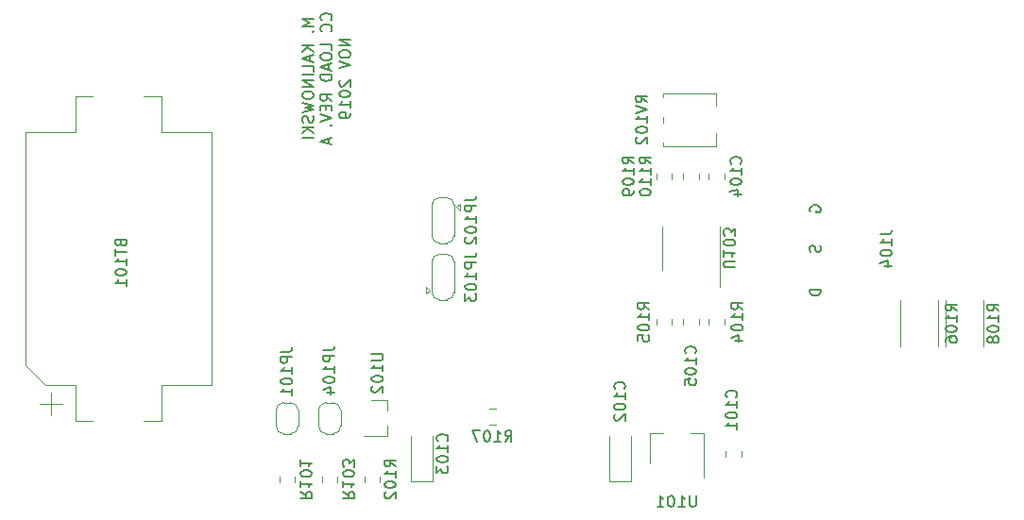
<source format=gbr>
G04 #@! TF.GenerationSoftware,KiCad,Pcbnew,(5.1.2-1)-1*
G04 #@! TF.CreationDate,2020-01-22T21:35:13+01:00*
G04 #@! TF.ProjectId,CCLoad,43434c6f-6164-42e6-9b69-6361645f7063,rev?*
G04 #@! TF.SameCoordinates,Original*
G04 #@! TF.FileFunction,Legend,Bot*
G04 #@! TF.FilePolarity,Positive*
%FSLAX46Y46*%
G04 Gerber Fmt 4.6, Leading zero omitted, Abs format (unit mm)*
G04 Created by KiCad (PCBNEW (5.1.2-1)-1) date 2020-01-22 21:35:13*
%MOMM*%
%LPD*%
G04 APERTURE LIST*
%ADD10C,0.150000*%
%ADD11C,0.120000*%
G04 APERTURE END LIST*
D10*
X134438380Y-81002857D02*
X133438380Y-81002857D01*
X134152666Y-81336190D01*
X133438380Y-81669523D01*
X134438380Y-81669523D01*
X134343142Y-82145714D02*
X134390761Y-82193333D01*
X134438380Y-82145714D01*
X134390761Y-82098095D01*
X134343142Y-82145714D01*
X134438380Y-82145714D01*
X134438380Y-83383809D02*
X133438380Y-83383809D01*
X134438380Y-83955238D02*
X133866952Y-83526666D01*
X133438380Y-83955238D02*
X134009809Y-83383809D01*
X134152666Y-84336190D02*
X134152666Y-84812380D01*
X134438380Y-84240952D02*
X133438380Y-84574285D01*
X134438380Y-84907619D01*
X134438380Y-85717142D02*
X134438380Y-85240952D01*
X133438380Y-85240952D01*
X134438380Y-86050476D02*
X133438380Y-86050476D01*
X134438380Y-86526666D02*
X133438380Y-86526666D01*
X134438380Y-87098095D01*
X133438380Y-87098095D01*
X133438380Y-87764761D02*
X133438380Y-87955238D01*
X133486000Y-88050476D01*
X133581238Y-88145714D01*
X133771714Y-88193333D01*
X134105047Y-88193333D01*
X134295523Y-88145714D01*
X134390761Y-88050476D01*
X134438380Y-87955238D01*
X134438380Y-87764761D01*
X134390761Y-87669523D01*
X134295523Y-87574285D01*
X134105047Y-87526666D01*
X133771714Y-87526666D01*
X133581238Y-87574285D01*
X133486000Y-87669523D01*
X133438380Y-87764761D01*
X133438380Y-88526666D02*
X134438380Y-88764761D01*
X133724095Y-88955238D01*
X134438380Y-89145714D01*
X133438380Y-89383809D01*
X134390761Y-89717142D02*
X134438380Y-89859999D01*
X134438380Y-90098095D01*
X134390761Y-90193333D01*
X134343142Y-90240952D01*
X134247904Y-90288571D01*
X134152666Y-90288571D01*
X134057428Y-90240952D01*
X134009809Y-90193333D01*
X133962190Y-90098095D01*
X133914571Y-89907619D01*
X133866952Y-89812380D01*
X133819333Y-89764761D01*
X133724095Y-89717142D01*
X133628857Y-89717142D01*
X133533619Y-89764761D01*
X133486000Y-89812380D01*
X133438380Y-89907619D01*
X133438380Y-90145714D01*
X133486000Y-90288571D01*
X134438380Y-90717142D02*
X133438380Y-90717142D01*
X134438380Y-91288571D02*
X133866952Y-90859999D01*
X133438380Y-91288571D02*
X134009809Y-90717142D01*
X134438380Y-91717142D02*
X133438380Y-91717142D01*
X135993142Y-81121904D02*
X136040761Y-81074285D01*
X136088380Y-80931428D01*
X136088380Y-80836190D01*
X136040761Y-80693333D01*
X135945523Y-80598095D01*
X135850285Y-80550476D01*
X135659809Y-80502857D01*
X135516952Y-80502857D01*
X135326476Y-80550476D01*
X135231238Y-80598095D01*
X135136000Y-80693333D01*
X135088380Y-80836190D01*
X135088380Y-80931428D01*
X135136000Y-81074285D01*
X135183619Y-81121904D01*
X135993142Y-82121904D02*
X136040761Y-82074285D01*
X136088380Y-81931428D01*
X136088380Y-81836190D01*
X136040761Y-81693333D01*
X135945523Y-81598095D01*
X135850285Y-81550476D01*
X135659809Y-81502857D01*
X135516952Y-81502857D01*
X135326476Y-81550476D01*
X135231238Y-81598095D01*
X135136000Y-81693333D01*
X135088380Y-81836190D01*
X135088380Y-81931428D01*
X135136000Y-82074285D01*
X135183619Y-82121904D01*
X136088380Y-83788571D02*
X136088380Y-83312380D01*
X135088380Y-83312380D01*
X135088380Y-84312380D02*
X135088380Y-84502857D01*
X135136000Y-84598095D01*
X135231238Y-84693333D01*
X135421714Y-84740952D01*
X135755047Y-84740952D01*
X135945523Y-84693333D01*
X136040761Y-84598095D01*
X136088380Y-84502857D01*
X136088380Y-84312380D01*
X136040761Y-84217142D01*
X135945523Y-84121904D01*
X135755047Y-84074285D01*
X135421714Y-84074285D01*
X135231238Y-84121904D01*
X135136000Y-84217142D01*
X135088380Y-84312380D01*
X135802666Y-85121904D02*
X135802666Y-85598095D01*
X136088380Y-85026666D02*
X135088380Y-85360000D01*
X136088380Y-85693333D01*
X136088380Y-86026666D02*
X135088380Y-86026666D01*
X135088380Y-86264761D01*
X135136000Y-86407619D01*
X135231238Y-86502857D01*
X135326476Y-86550476D01*
X135516952Y-86598095D01*
X135659809Y-86598095D01*
X135850285Y-86550476D01*
X135945523Y-86502857D01*
X136040761Y-86407619D01*
X136088380Y-86264761D01*
X136088380Y-86026666D01*
X136088380Y-88360000D02*
X135612190Y-88026666D01*
X136088380Y-87788571D02*
X135088380Y-87788571D01*
X135088380Y-88169523D01*
X135136000Y-88264761D01*
X135183619Y-88312380D01*
X135278857Y-88360000D01*
X135421714Y-88360000D01*
X135516952Y-88312380D01*
X135564571Y-88264761D01*
X135612190Y-88169523D01*
X135612190Y-87788571D01*
X135564571Y-88788571D02*
X135564571Y-89121904D01*
X136088380Y-89264761D02*
X136088380Y-88788571D01*
X135088380Y-88788571D01*
X135088380Y-89264761D01*
X135088380Y-89550476D02*
X136088380Y-89883809D01*
X135088380Y-90217142D01*
X135993142Y-90550476D02*
X136040761Y-90598095D01*
X136088380Y-90550476D01*
X136040761Y-90502857D01*
X135993142Y-90550476D01*
X136088380Y-90550476D01*
X135802666Y-91740952D02*
X135802666Y-92217142D01*
X136088380Y-91645714D02*
X135088380Y-91979047D01*
X136088380Y-92312380D01*
X137738380Y-82836190D02*
X136738380Y-82836190D01*
X137738380Y-83407619D01*
X136738380Y-83407619D01*
X136738380Y-84074285D02*
X136738380Y-84264761D01*
X136786000Y-84360000D01*
X136881238Y-84455238D01*
X137071714Y-84502857D01*
X137405047Y-84502857D01*
X137595523Y-84455238D01*
X137690761Y-84360000D01*
X137738380Y-84264761D01*
X137738380Y-84074285D01*
X137690761Y-83979047D01*
X137595523Y-83883809D01*
X137405047Y-83836190D01*
X137071714Y-83836190D01*
X136881238Y-83883809D01*
X136786000Y-83979047D01*
X136738380Y-84074285D01*
X136738380Y-84788571D02*
X137738380Y-85121904D01*
X136738380Y-85455238D01*
X136833619Y-86502857D02*
X136786000Y-86550476D01*
X136738380Y-86645714D01*
X136738380Y-86883809D01*
X136786000Y-86979047D01*
X136833619Y-87026666D01*
X136928857Y-87074285D01*
X137024095Y-87074285D01*
X137166952Y-87026666D01*
X137738380Y-86455238D01*
X137738380Y-87074285D01*
X136738380Y-87693333D02*
X136738380Y-87788571D01*
X136786000Y-87883809D01*
X136833619Y-87931428D01*
X136928857Y-87979047D01*
X137119333Y-88026666D01*
X137357428Y-88026666D01*
X137547904Y-87979047D01*
X137643142Y-87931428D01*
X137690761Y-87883809D01*
X137738380Y-87788571D01*
X137738380Y-87693333D01*
X137690761Y-87598095D01*
X137643142Y-87550476D01*
X137547904Y-87502857D01*
X137357428Y-87455238D01*
X137119333Y-87455238D01*
X136928857Y-87502857D01*
X136833619Y-87550476D01*
X136786000Y-87598095D01*
X136738380Y-87693333D01*
X137738380Y-88979047D02*
X137738380Y-88407619D01*
X137738380Y-88693333D02*
X136738380Y-88693333D01*
X136881238Y-88598095D01*
X136976476Y-88502857D01*
X137024095Y-88407619D01*
X137738380Y-89455238D02*
X137738380Y-89645714D01*
X137690761Y-89740952D01*
X137643142Y-89788571D01*
X137500285Y-89883809D01*
X137309809Y-89931428D01*
X136928857Y-89931428D01*
X136833619Y-89883809D01*
X136786000Y-89836190D01*
X136738380Y-89740952D01*
X136738380Y-89550476D01*
X136786000Y-89455238D01*
X136833619Y-89407619D01*
X136928857Y-89360000D01*
X137166952Y-89360000D01*
X137262190Y-89407619D01*
X137309809Y-89455238D01*
X137357428Y-89550476D01*
X137357428Y-89740952D01*
X137309809Y-89836190D01*
X137262190Y-89883809D01*
X137166952Y-89931428D01*
D11*
X191076000Y-110383064D02*
X191076000Y-106278936D01*
X194496000Y-110383064D02*
X194496000Y-106278936D01*
X143210000Y-122500000D02*
X143210000Y-118415000D01*
X145080000Y-122500000D02*
X143210000Y-122500000D01*
X145080000Y-118415000D02*
X145080000Y-122500000D01*
X160990000Y-122500000D02*
X160990000Y-118415000D01*
X162860000Y-122500000D02*
X160990000Y-122500000D01*
X162860000Y-118415000D02*
X162860000Y-122500000D01*
X110940000Y-114540000D02*
X110940000Y-116540000D01*
X111940000Y-115540000D02*
X109940000Y-115540000D01*
X125290000Y-91190000D02*
X120790000Y-91190000D01*
X125290000Y-113890000D02*
X120790000Y-113890000D01*
X125290000Y-113890000D02*
X125290000Y-91190000D01*
X120790000Y-87990000D02*
X119240000Y-87990000D01*
X120790000Y-91190000D02*
X120790000Y-87990000D01*
X120790000Y-117090000D02*
X119240000Y-117090000D01*
X120790000Y-113890000D02*
X120790000Y-117090000D01*
X113090000Y-117090000D02*
X114640000Y-117090000D01*
X113090000Y-113890000D02*
X113090000Y-117090000D01*
X108590000Y-112090000D02*
X110390000Y-113890000D01*
X110390000Y-113890000D02*
X113090000Y-113890000D01*
X108590000Y-91190000D02*
X108590000Y-112090000D01*
X108590000Y-91190000D02*
X113090000Y-91190000D01*
X113090000Y-87990000D02*
X114640000Y-87990000D01*
X113090000Y-91190000D02*
X113090000Y-87990000D01*
X170835000Y-101600000D02*
X170835000Y-105050000D01*
X170835000Y-101600000D02*
X170835000Y-99650000D01*
X165715000Y-101600000D02*
X165715000Y-103550000D01*
X165715000Y-101600000D02*
X165715000Y-99650000D01*
X141095000Y-115260000D02*
X139635000Y-115260000D01*
X141095000Y-118420000D02*
X138935000Y-118420000D01*
X141095000Y-118420000D02*
X141095000Y-117490000D01*
X141095000Y-115260000D02*
X141095000Y-116190000D01*
X169405000Y-118160000D02*
X168205000Y-118160000D01*
X169405000Y-122160000D02*
X169405000Y-118160000D01*
X164605000Y-118160000D02*
X164605000Y-120860000D01*
X165805000Y-118160000D02*
X164605000Y-118160000D01*
X165778000Y-92413000D02*
X170518000Y-92413000D01*
X165778000Y-87673000D02*
X170518000Y-87673000D01*
X170518000Y-91283000D02*
X170518000Y-92413000D01*
X170518000Y-87673000D02*
X170518000Y-88803000D01*
X165778000Y-89784000D02*
X165778000Y-90303000D01*
X165778000Y-87673000D02*
X165778000Y-88004000D01*
X165778000Y-92083000D02*
X165778000Y-92413000D01*
X167565000Y-95384252D02*
X167565000Y-94861748D01*
X168985000Y-95384252D02*
X168985000Y-94861748D01*
X166572000Y-94861748D02*
X166572000Y-95384252D01*
X165152000Y-94861748D02*
X165152000Y-95384252D01*
X150233748Y-116003000D02*
X150756252Y-116003000D01*
X150233748Y-117423000D02*
X150756252Y-117423000D01*
X187012000Y-110383064D02*
X187012000Y-106278936D01*
X190432000Y-110383064D02*
X190432000Y-106278936D01*
X165152000Y-108465252D02*
X165152000Y-107942748D01*
X166572000Y-108465252D02*
X166572000Y-107942748D01*
X169851000Y-108465252D02*
X169851000Y-107942748D01*
X171271000Y-108465252D02*
X171271000Y-107942748D01*
X135180000Y-122571252D02*
X135180000Y-122048748D01*
X136600000Y-122571252D02*
X136600000Y-122048748D01*
X138990000Y-122562252D02*
X138990000Y-122039748D01*
X140410000Y-122562252D02*
X140410000Y-122039748D01*
X131370000Y-122571252D02*
X131370000Y-122048748D01*
X132790000Y-122571252D02*
X132790000Y-122048748D01*
X134890000Y-116140000D02*
X134890000Y-117540000D01*
X135590000Y-118240000D02*
X136190000Y-118240000D01*
X136890000Y-117540000D02*
X136890000Y-116140000D01*
X136190000Y-115440000D02*
X135590000Y-115440000D01*
X135590000Y-115440000D02*
G75*
G03X134890000Y-116140000I0J-700000D01*
G01*
X136890000Y-116140000D02*
G75*
G03X136190000Y-115440000I-700000J0D01*
G01*
X136190000Y-118240000D02*
G75*
G03X136890000Y-117540000I0J700000D01*
G01*
X134890000Y-117540000D02*
G75*
G03X135590000Y-118240000I700000J0D01*
G01*
X146350000Y-106220000D02*
G75*
G03X147050000Y-105520000I0J700000D01*
G01*
X145050000Y-105520000D02*
G75*
G03X145750000Y-106220000I700000J0D01*
G01*
X145750000Y-102120000D02*
G75*
G03X145050000Y-102820000I0J-700000D01*
G01*
X147050000Y-102820000D02*
G75*
G03X146350000Y-102120000I-700000J0D01*
G01*
X147050000Y-105570000D02*
X147050000Y-102770000D01*
X146350000Y-102120000D02*
X145750000Y-102120000D01*
X145050000Y-102770000D02*
X145050000Y-105570000D01*
X145750000Y-106220000D02*
X146350000Y-106220000D01*
X144850000Y-105370000D02*
X144550000Y-105670000D01*
X144550000Y-105670000D02*
X144550000Y-105070000D01*
X144850000Y-105370000D02*
X144550000Y-105070000D01*
X145750000Y-97040000D02*
G75*
G03X145050000Y-97740000I0J-700000D01*
G01*
X147050000Y-97740000D02*
G75*
G03X146350000Y-97040000I-700000J0D01*
G01*
X146350000Y-101140000D02*
G75*
G03X147050000Y-100440000I0J700000D01*
G01*
X145050000Y-100440000D02*
G75*
G03X145750000Y-101140000I700000J0D01*
G01*
X145050000Y-97690000D02*
X145050000Y-100490000D01*
X145750000Y-101140000D02*
X146350000Y-101140000D01*
X147050000Y-100490000D02*
X147050000Y-97690000D01*
X146350000Y-97040000D02*
X145750000Y-97040000D01*
X147250000Y-97890000D02*
X147550000Y-97590000D01*
X147550000Y-97590000D02*
X147550000Y-98190000D01*
X147250000Y-97890000D02*
X147550000Y-98190000D01*
X131080000Y-116140000D02*
X131080000Y-117540000D01*
X131780000Y-118240000D02*
X132380000Y-118240000D01*
X133080000Y-117540000D02*
X133080000Y-116140000D01*
X132380000Y-115440000D02*
X131780000Y-115440000D01*
X131780000Y-115440000D02*
G75*
G03X131080000Y-116140000I0J-700000D01*
G01*
X133080000Y-116140000D02*
G75*
G03X132380000Y-115440000I-700000J0D01*
G01*
X132380000Y-118240000D02*
G75*
G03X133080000Y-117540000I0J700000D01*
G01*
X131080000Y-117540000D02*
G75*
G03X131780000Y-118240000I700000J0D01*
G01*
X167565000Y-108465252D02*
X167565000Y-107942748D01*
X168985000Y-108465252D02*
X168985000Y-107942748D01*
X169851000Y-95393252D02*
X169851000Y-94870748D01*
X171271000Y-95393252D02*
X171271000Y-94870748D01*
X171375000Y-120276252D02*
X171375000Y-119753748D01*
X172795000Y-120276252D02*
X172795000Y-119753748D01*
D10*
X195858380Y-107211952D02*
X195382190Y-106878619D01*
X195858380Y-106640523D02*
X194858380Y-106640523D01*
X194858380Y-107021476D01*
X194906000Y-107116714D01*
X194953619Y-107164333D01*
X195048857Y-107211952D01*
X195191714Y-107211952D01*
X195286952Y-107164333D01*
X195334571Y-107116714D01*
X195382190Y-107021476D01*
X195382190Y-106640523D01*
X195858380Y-108164333D02*
X195858380Y-107592904D01*
X195858380Y-107878619D02*
X194858380Y-107878619D01*
X195001238Y-107783380D01*
X195096476Y-107688142D01*
X195144095Y-107592904D01*
X194858380Y-108783380D02*
X194858380Y-108878619D01*
X194906000Y-108973857D01*
X194953619Y-109021476D01*
X195048857Y-109069095D01*
X195239333Y-109116714D01*
X195477428Y-109116714D01*
X195667904Y-109069095D01*
X195763142Y-109021476D01*
X195810761Y-108973857D01*
X195858380Y-108878619D01*
X195858380Y-108783380D01*
X195810761Y-108688142D01*
X195763142Y-108640523D01*
X195667904Y-108592904D01*
X195477428Y-108545285D01*
X195239333Y-108545285D01*
X195048857Y-108592904D01*
X194953619Y-108640523D01*
X194906000Y-108688142D01*
X194858380Y-108783380D01*
X195286952Y-109688142D02*
X195239333Y-109592904D01*
X195191714Y-109545285D01*
X195096476Y-109497666D01*
X195048857Y-109497666D01*
X194953619Y-109545285D01*
X194906000Y-109592904D01*
X194858380Y-109688142D01*
X194858380Y-109878619D01*
X194906000Y-109973857D01*
X194953619Y-110021476D01*
X195048857Y-110069095D01*
X195096476Y-110069095D01*
X195191714Y-110021476D01*
X195239333Y-109973857D01*
X195286952Y-109878619D01*
X195286952Y-109688142D01*
X195334571Y-109592904D01*
X195382190Y-109545285D01*
X195477428Y-109497666D01*
X195667904Y-109497666D01*
X195763142Y-109545285D01*
X195810761Y-109592904D01*
X195858380Y-109688142D01*
X195858380Y-109878619D01*
X195810761Y-109973857D01*
X195763142Y-110021476D01*
X195667904Y-110069095D01*
X195477428Y-110069095D01*
X195382190Y-110021476D01*
X195334571Y-109973857D01*
X195286952Y-109878619D01*
X185253380Y-100354285D02*
X185967666Y-100354285D01*
X186110523Y-100306666D01*
X186205761Y-100211428D01*
X186253380Y-100068571D01*
X186253380Y-99973333D01*
X186253380Y-101354285D02*
X186253380Y-100782857D01*
X186253380Y-101068571D02*
X185253380Y-101068571D01*
X185396238Y-100973333D01*
X185491476Y-100878095D01*
X185539095Y-100782857D01*
X185253380Y-101973333D02*
X185253380Y-102068571D01*
X185301000Y-102163809D01*
X185348619Y-102211428D01*
X185443857Y-102259047D01*
X185634333Y-102306666D01*
X185872428Y-102306666D01*
X186062904Y-102259047D01*
X186158142Y-102211428D01*
X186205761Y-102163809D01*
X186253380Y-102068571D01*
X186253380Y-101973333D01*
X186205761Y-101878095D01*
X186158142Y-101830476D01*
X186062904Y-101782857D01*
X185872428Y-101735238D01*
X185634333Y-101735238D01*
X185443857Y-101782857D01*
X185348619Y-101830476D01*
X185301000Y-101878095D01*
X185253380Y-101973333D01*
X185586714Y-103163809D02*
X186253380Y-103163809D01*
X185205761Y-102925714D02*
X185920047Y-102687619D01*
X185920047Y-103306666D01*
X179903380Y-105275095D02*
X178903380Y-105275095D01*
X178903380Y-105513190D01*
X178951000Y-105656047D01*
X179046238Y-105751285D01*
X179141476Y-105798904D01*
X179331952Y-105846523D01*
X179474809Y-105846523D01*
X179665285Y-105798904D01*
X179760523Y-105751285D01*
X179855761Y-105656047D01*
X179903380Y-105513190D01*
X179903380Y-105275095D01*
X179855761Y-101354285D02*
X179903380Y-101497142D01*
X179903380Y-101735238D01*
X179855761Y-101830476D01*
X179808142Y-101878095D01*
X179712904Y-101925714D01*
X179617666Y-101925714D01*
X179522428Y-101878095D01*
X179474809Y-101830476D01*
X179427190Y-101735238D01*
X179379571Y-101544761D01*
X179331952Y-101449523D01*
X179284333Y-101401904D01*
X179189095Y-101354285D01*
X179093857Y-101354285D01*
X178998619Y-101401904D01*
X178951000Y-101449523D01*
X178903380Y-101544761D01*
X178903380Y-101782857D01*
X178951000Y-101925714D01*
X178951000Y-98305904D02*
X178903380Y-98210666D01*
X178903380Y-98067809D01*
X178951000Y-97924952D01*
X179046238Y-97829714D01*
X179141476Y-97782095D01*
X179331952Y-97734476D01*
X179474809Y-97734476D01*
X179665285Y-97782095D01*
X179760523Y-97829714D01*
X179855761Y-97924952D01*
X179903380Y-98067809D01*
X179903380Y-98163047D01*
X179855761Y-98305904D01*
X179808142Y-98353523D01*
X179474809Y-98353523D01*
X179474809Y-98163047D01*
X146407142Y-118895952D02*
X146454761Y-118848333D01*
X146502380Y-118705476D01*
X146502380Y-118610238D01*
X146454761Y-118467380D01*
X146359523Y-118372142D01*
X146264285Y-118324523D01*
X146073809Y-118276904D01*
X145930952Y-118276904D01*
X145740476Y-118324523D01*
X145645238Y-118372142D01*
X145550000Y-118467380D01*
X145502380Y-118610238D01*
X145502380Y-118705476D01*
X145550000Y-118848333D01*
X145597619Y-118895952D01*
X146502380Y-119848333D02*
X146502380Y-119276904D01*
X146502380Y-119562619D02*
X145502380Y-119562619D01*
X145645238Y-119467380D01*
X145740476Y-119372142D01*
X145788095Y-119276904D01*
X145502380Y-120467380D02*
X145502380Y-120562619D01*
X145550000Y-120657857D01*
X145597619Y-120705476D01*
X145692857Y-120753095D01*
X145883333Y-120800714D01*
X146121428Y-120800714D01*
X146311904Y-120753095D01*
X146407142Y-120705476D01*
X146454761Y-120657857D01*
X146502380Y-120562619D01*
X146502380Y-120467380D01*
X146454761Y-120372142D01*
X146407142Y-120324523D01*
X146311904Y-120276904D01*
X146121428Y-120229285D01*
X145883333Y-120229285D01*
X145692857Y-120276904D01*
X145597619Y-120324523D01*
X145550000Y-120372142D01*
X145502380Y-120467380D01*
X145502380Y-121134047D02*
X145502380Y-121753095D01*
X145883333Y-121419761D01*
X145883333Y-121562619D01*
X145930952Y-121657857D01*
X145978571Y-121705476D01*
X146073809Y-121753095D01*
X146311904Y-121753095D01*
X146407142Y-121705476D01*
X146454761Y-121657857D01*
X146502380Y-121562619D01*
X146502380Y-121276904D01*
X146454761Y-121181666D01*
X146407142Y-121134047D01*
X162282142Y-114196952D02*
X162329761Y-114149333D01*
X162377380Y-114006476D01*
X162377380Y-113911238D01*
X162329761Y-113768380D01*
X162234523Y-113673142D01*
X162139285Y-113625523D01*
X161948809Y-113577904D01*
X161805952Y-113577904D01*
X161615476Y-113625523D01*
X161520238Y-113673142D01*
X161425000Y-113768380D01*
X161377380Y-113911238D01*
X161377380Y-114006476D01*
X161425000Y-114149333D01*
X161472619Y-114196952D01*
X162377380Y-115149333D02*
X162377380Y-114577904D01*
X162377380Y-114863619D02*
X161377380Y-114863619D01*
X161520238Y-114768380D01*
X161615476Y-114673142D01*
X161663095Y-114577904D01*
X161377380Y-115768380D02*
X161377380Y-115863619D01*
X161425000Y-115958857D01*
X161472619Y-116006476D01*
X161567857Y-116054095D01*
X161758333Y-116101714D01*
X161996428Y-116101714D01*
X162186904Y-116054095D01*
X162282142Y-116006476D01*
X162329761Y-115958857D01*
X162377380Y-115863619D01*
X162377380Y-115768380D01*
X162329761Y-115673142D01*
X162282142Y-115625523D01*
X162186904Y-115577904D01*
X161996428Y-115530285D01*
X161758333Y-115530285D01*
X161567857Y-115577904D01*
X161472619Y-115625523D01*
X161425000Y-115673142D01*
X161377380Y-115768380D01*
X161472619Y-116482666D02*
X161425000Y-116530285D01*
X161377380Y-116625523D01*
X161377380Y-116863619D01*
X161425000Y-116958857D01*
X161472619Y-117006476D01*
X161567857Y-117054095D01*
X161663095Y-117054095D01*
X161805952Y-117006476D01*
X162377380Y-116435047D01*
X162377380Y-117054095D01*
X117149571Y-101131904D02*
X117197190Y-101274761D01*
X117244809Y-101322380D01*
X117340047Y-101370000D01*
X117482904Y-101370000D01*
X117578142Y-101322380D01*
X117625761Y-101274761D01*
X117673380Y-101179523D01*
X117673380Y-100798571D01*
X116673380Y-100798571D01*
X116673380Y-101131904D01*
X116721000Y-101227142D01*
X116768619Y-101274761D01*
X116863857Y-101322380D01*
X116959095Y-101322380D01*
X117054333Y-101274761D01*
X117101952Y-101227142D01*
X117149571Y-101131904D01*
X117149571Y-100798571D01*
X116673380Y-101655714D02*
X116673380Y-102227142D01*
X117673380Y-101941428D02*
X116673380Y-101941428D01*
X117673380Y-103084285D02*
X117673380Y-102512857D01*
X117673380Y-102798571D02*
X116673380Y-102798571D01*
X116816238Y-102703333D01*
X116911476Y-102608095D01*
X116959095Y-102512857D01*
X116673380Y-103703333D02*
X116673380Y-103798571D01*
X116721000Y-103893809D01*
X116768619Y-103941428D01*
X116863857Y-103989047D01*
X117054333Y-104036666D01*
X117292428Y-104036666D01*
X117482904Y-103989047D01*
X117578142Y-103941428D01*
X117625761Y-103893809D01*
X117673380Y-103798571D01*
X117673380Y-103703333D01*
X117625761Y-103608095D01*
X117578142Y-103560476D01*
X117482904Y-103512857D01*
X117292428Y-103465238D01*
X117054333Y-103465238D01*
X116863857Y-103512857D01*
X116768619Y-103560476D01*
X116721000Y-103608095D01*
X116673380Y-103703333D01*
X117673380Y-104989047D02*
X117673380Y-104417619D01*
X117673380Y-104703333D02*
X116673380Y-104703333D01*
X116816238Y-104608095D01*
X116911476Y-104512857D01*
X116959095Y-104417619D01*
X172222619Y-103314285D02*
X171413095Y-103314285D01*
X171317857Y-103266666D01*
X171270238Y-103219047D01*
X171222619Y-103123809D01*
X171222619Y-102933333D01*
X171270238Y-102838095D01*
X171317857Y-102790476D01*
X171413095Y-102742857D01*
X172222619Y-102742857D01*
X171222619Y-101742857D02*
X171222619Y-102314285D01*
X171222619Y-102028571D02*
X172222619Y-102028571D01*
X172079761Y-102123809D01*
X171984523Y-102219047D01*
X171936904Y-102314285D01*
X172222619Y-101123809D02*
X172222619Y-101028571D01*
X172175000Y-100933333D01*
X172127380Y-100885714D01*
X172032142Y-100838095D01*
X171841666Y-100790476D01*
X171603571Y-100790476D01*
X171413095Y-100838095D01*
X171317857Y-100885714D01*
X171270238Y-100933333D01*
X171222619Y-101028571D01*
X171222619Y-101123809D01*
X171270238Y-101219047D01*
X171317857Y-101266666D01*
X171413095Y-101314285D01*
X171603571Y-101361904D01*
X171841666Y-101361904D01*
X172032142Y-101314285D01*
X172127380Y-101266666D01*
X172175000Y-101219047D01*
X172222619Y-101123809D01*
X172222619Y-100457142D02*
X172222619Y-99838095D01*
X171841666Y-100171428D01*
X171841666Y-100028571D01*
X171794047Y-99933333D01*
X171746428Y-99885714D01*
X171651190Y-99838095D01*
X171413095Y-99838095D01*
X171317857Y-99885714D01*
X171270238Y-99933333D01*
X171222619Y-100028571D01*
X171222619Y-100314285D01*
X171270238Y-100409523D01*
X171317857Y-100457142D01*
X139660380Y-111061714D02*
X140469904Y-111061714D01*
X140565142Y-111109333D01*
X140612761Y-111156952D01*
X140660380Y-111252190D01*
X140660380Y-111442666D01*
X140612761Y-111537904D01*
X140565142Y-111585523D01*
X140469904Y-111633142D01*
X139660380Y-111633142D01*
X140660380Y-112633142D02*
X140660380Y-112061714D01*
X140660380Y-112347428D02*
X139660380Y-112347428D01*
X139803238Y-112252190D01*
X139898476Y-112156952D01*
X139946095Y-112061714D01*
X139660380Y-113252190D02*
X139660380Y-113347428D01*
X139708000Y-113442666D01*
X139755619Y-113490285D01*
X139850857Y-113537904D01*
X140041333Y-113585523D01*
X140279428Y-113585523D01*
X140469904Y-113537904D01*
X140565142Y-113490285D01*
X140612761Y-113442666D01*
X140660380Y-113347428D01*
X140660380Y-113252190D01*
X140612761Y-113156952D01*
X140565142Y-113109333D01*
X140469904Y-113061714D01*
X140279428Y-113014095D01*
X140041333Y-113014095D01*
X139850857Y-113061714D01*
X139755619Y-113109333D01*
X139708000Y-113156952D01*
X139660380Y-113252190D01*
X139755619Y-113966476D02*
X139708000Y-114014095D01*
X139660380Y-114109333D01*
X139660380Y-114347428D01*
X139708000Y-114442666D01*
X139755619Y-114490285D01*
X139850857Y-114537904D01*
X139946095Y-114537904D01*
X140088952Y-114490285D01*
X140660380Y-113918857D01*
X140660380Y-114537904D01*
X168719285Y-123785380D02*
X168719285Y-124594904D01*
X168671666Y-124690142D01*
X168624047Y-124737761D01*
X168528809Y-124785380D01*
X168338333Y-124785380D01*
X168243095Y-124737761D01*
X168195476Y-124690142D01*
X168147857Y-124594904D01*
X168147857Y-123785380D01*
X167147857Y-124785380D02*
X167719285Y-124785380D01*
X167433571Y-124785380D02*
X167433571Y-123785380D01*
X167528809Y-123928238D01*
X167624047Y-124023476D01*
X167719285Y-124071095D01*
X166528809Y-123785380D02*
X166433571Y-123785380D01*
X166338333Y-123833000D01*
X166290714Y-123880619D01*
X166243095Y-123975857D01*
X166195476Y-124166333D01*
X166195476Y-124404428D01*
X166243095Y-124594904D01*
X166290714Y-124690142D01*
X166338333Y-124737761D01*
X166433571Y-124785380D01*
X166528809Y-124785380D01*
X166624047Y-124737761D01*
X166671666Y-124690142D01*
X166719285Y-124594904D01*
X166766904Y-124404428D01*
X166766904Y-124166333D01*
X166719285Y-123975857D01*
X166671666Y-123880619D01*
X166624047Y-123833000D01*
X166528809Y-123785380D01*
X165243095Y-124785380D02*
X165814523Y-124785380D01*
X165528809Y-124785380D02*
X165528809Y-123785380D01*
X165624047Y-123928238D01*
X165719285Y-124023476D01*
X165814523Y-124071095D01*
X164350380Y-88495380D02*
X163874190Y-88162047D01*
X164350380Y-87923952D02*
X163350380Y-87923952D01*
X163350380Y-88304904D01*
X163398000Y-88400142D01*
X163445619Y-88447761D01*
X163540857Y-88495380D01*
X163683714Y-88495380D01*
X163778952Y-88447761D01*
X163826571Y-88400142D01*
X163874190Y-88304904D01*
X163874190Y-87923952D01*
X163350380Y-88781095D02*
X164350380Y-89114428D01*
X163350380Y-89447761D01*
X164350380Y-90304904D02*
X164350380Y-89733476D01*
X164350380Y-90019190D02*
X163350380Y-90019190D01*
X163493238Y-89923952D01*
X163588476Y-89828714D01*
X163636095Y-89733476D01*
X163350380Y-90923952D02*
X163350380Y-91019190D01*
X163398000Y-91114428D01*
X163445619Y-91162047D01*
X163540857Y-91209666D01*
X163731333Y-91257285D01*
X163969428Y-91257285D01*
X164159904Y-91209666D01*
X164255142Y-91162047D01*
X164302761Y-91114428D01*
X164350380Y-91019190D01*
X164350380Y-90923952D01*
X164302761Y-90828714D01*
X164255142Y-90781095D01*
X164159904Y-90733476D01*
X163969428Y-90685857D01*
X163731333Y-90685857D01*
X163540857Y-90733476D01*
X163445619Y-90781095D01*
X163398000Y-90828714D01*
X163350380Y-90923952D01*
X163445619Y-91638238D02*
X163398000Y-91685857D01*
X163350380Y-91781095D01*
X163350380Y-92019190D01*
X163398000Y-92114428D01*
X163445619Y-92162047D01*
X163540857Y-92209666D01*
X163636095Y-92209666D01*
X163778952Y-92162047D01*
X164350380Y-91590619D01*
X164350380Y-92209666D01*
X164663380Y-94003952D02*
X164187190Y-93670619D01*
X164663380Y-93432523D02*
X163663380Y-93432523D01*
X163663380Y-93813476D01*
X163711000Y-93908714D01*
X163758619Y-93956333D01*
X163853857Y-94003952D01*
X163996714Y-94003952D01*
X164091952Y-93956333D01*
X164139571Y-93908714D01*
X164187190Y-93813476D01*
X164187190Y-93432523D01*
X164663380Y-94956333D02*
X164663380Y-94384904D01*
X164663380Y-94670619D02*
X163663380Y-94670619D01*
X163806238Y-94575380D01*
X163901476Y-94480142D01*
X163949095Y-94384904D01*
X164663380Y-95908714D02*
X164663380Y-95337285D01*
X164663380Y-95623000D02*
X163663380Y-95623000D01*
X163806238Y-95527761D01*
X163901476Y-95432523D01*
X163949095Y-95337285D01*
X163663380Y-96527761D02*
X163663380Y-96623000D01*
X163711000Y-96718238D01*
X163758619Y-96765857D01*
X163853857Y-96813476D01*
X164044333Y-96861095D01*
X164282428Y-96861095D01*
X164472904Y-96813476D01*
X164568142Y-96765857D01*
X164615761Y-96718238D01*
X164663380Y-96623000D01*
X164663380Y-96527761D01*
X164615761Y-96432523D01*
X164568142Y-96384904D01*
X164472904Y-96337285D01*
X164282428Y-96289666D01*
X164044333Y-96289666D01*
X163853857Y-96337285D01*
X163758619Y-96384904D01*
X163711000Y-96432523D01*
X163663380Y-96527761D01*
X163139380Y-94003952D02*
X162663190Y-93670619D01*
X163139380Y-93432523D02*
X162139380Y-93432523D01*
X162139380Y-93813476D01*
X162187000Y-93908714D01*
X162234619Y-93956333D01*
X162329857Y-94003952D01*
X162472714Y-94003952D01*
X162567952Y-93956333D01*
X162615571Y-93908714D01*
X162663190Y-93813476D01*
X162663190Y-93432523D01*
X163139380Y-94956333D02*
X163139380Y-94384904D01*
X163139380Y-94670619D02*
X162139380Y-94670619D01*
X162282238Y-94575380D01*
X162377476Y-94480142D01*
X162425095Y-94384904D01*
X162139380Y-95575380D02*
X162139380Y-95670619D01*
X162187000Y-95765857D01*
X162234619Y-95813476D01*
X162329857Y-95861095D01*
X162520333Y-95908714D01*
X162758428Y-95908714D01*
X162948904Y-95861095D01*
X163044142Y-95813476D01*
X163091761Y-95765857D01*
X163139380Y-95670619D01*
X163139380Y-95575380D01*
X163091761Y-95480142D01*
X163044142Y-95432523D01*
X162948904Y-95384904D01*
X162758428Y-95337285D01*
X162520333Y-95337285D01*
X162329857Y-95384904D01*
X162234619Y-95432523D01*
X162187000Y-95480142D01*
X162139380Y-95575380D01*
X163139380Y-96384904D02*
X163139380Y-96575380D01*
X163091761Y-96670619D01*
X163044142Y-96718238D01*
X162901285Y-96813476D01*
X162710809Y-96861095D01*
X162329857Y-96861095D01*
X162234619Y-96813476D01*
X162187000Y-96765857D01*
X162139380Y-96670619D01*
X162139380Y-96480142D01*
X162187000Y-96384904D01*
X162234619Y-96337285D01*
X162329857Y-96289666D01*
X162567952Y-96289666D01*
X162663190Y-96337285D01*
X162710809Y-96384904D01*
X162758428Y-96480142D01*
X162758428Y-96670619D01*
X162710809Y-96765857D01*
X162663190Y-96813476D01*
X162567952Y-96861095D01*
X151614047Y-118943380D02*
X151947380Y-118467190D01*
X152185476Y-118943380D02*
X152185476Y-117943380D01*
X151804523Y-117943380D01*
X151709285Y-117991000D01*
X151661666Y-118038619D01*
X151614047Y-118133857D01*
X151614047Y-118276714D01*
X151661666Y-118371952D01*
X151709285Y-118419571D01*
X151804523Y-118467190D01*
X152185476Y-118467190D01*
X150661666Y-118943380D02*
X151233095Y-118943380D01*
X150947380Y-118943380D02*
X150947380Y-117943380D01*
X151042619Y-118086238D01*
X151137857Y-118181476D01*
X151233095Y-118229095D01*
X150042619Y-117943380D02*
X149947380Y-117943380D01*
X149852142Y-117991000D01*
X149804523Y-118038619D01*
X149756904Y-118133857D01*
X149709285Y-118324333D01*
X149709285Y-118562428D01*
X149756904Y-118752904D01*
X149804523Y-118848142D01*
X149852142Y-118895761D01*
X149947380Y-118943380D01*
X150042619Y-118943380D01*
X150137857Y-118895761D01*
X150185476Y-118848142D01*
X150233095Y-118752904D01*
X150280714Y-118562428D01*
X150280714Y-118324333D01*
X150233095Y-118133857D01*
X150185476Y-118038619D01*
X150137857Y-117991000D01*
X150042619Y-117943380D01*
X149375952Y-117943380D02*
X148709285Y-117943380D01*
X149137857Y-118943380D01*
X192095380Y-107211952D02*
X191619190Y-106878619D01*
X192095380Y-106640523D02*
X191095380Y-106640523D01*
X191095380Y-107021476D01*
X191143000Y-107116714D01*
X191190619Y-107164333D01*
X191285857Y-107211952D01*
X191428714Y-107211952D01*
X191523952Y-107164333D01*
X191571571Y-107116714D01*
X191619190Y-107021476D01*
X191619190Y-106640523D01*
X192095380Y-108164333D02*
X192095380Y-107592904D01*
X192095380Y-107878619D02*
X191095380Y-107878619D01*
X191238238Y-107783380D01*
X191333476Y-107688142D01*
X191381095Y-107592904D01*
X191095380Y-108783380D02*
X191095380Y-108878619D01*
X191143000Y-108973857D01*
X191190619Y-109021476D01*
X191285857Y-109069095D01*
X191476333Y-109116714D01*
X191714428Y-109116714D01*
X191904904Y-109069095D01*
X192000142Y-109021476D01*
X192047761Y-108973857D01*
X192095380Y-108878619D01*
X192095380Y-108783380D01*
X192047761Y-108688142D01*
X192000142Y-108640523D01*
X191904904Y-108592904D01*
X191714428Y-108545285D01*
X191476333Y-108545285D01*
X191285857Y-108592904D01*
X191190619Y-108640523D01*
X191143000Y-108688142D01*
X191095380Y-108783380D01*
X191095380Y-109973857D02*
X191095380Y-109783380D01*
X191143000Y-109688142D01*
X191190619Y-109640523D01*
X191333476Y-109545285D01*
X191523952Y-109497666D01*
X191904904Y-109497666D01*
X192000142Y-109545285D01*
X192047761Y-109592904D01*
X192095380Y-109688142D01*
X192095380Y-109878619D01*
X192047761Y-109973857D01*
X192000142Y-110021476D01*
X191904904Y-110069095D01*
X191666809Y-110069095D01*
X191571571Y-110021476D01*
X191523952Y-109973857D01*
X191476333Y-109878619D01*
X191476333Y-109688142D01*
X191523952Y-109592904D01*
X191571571Y-109545285D01*
X191666809Y-109497666D01*
X164536380Y-107084952D02*
X164060190Y-106751619D01*
X164536380Y-106513523D02*
X163536380Y-106513523D01*
X163536380Y-106894476D01*
X163584000Y-106989714D01*
X163631619Y-107037333D01*
X163726857Y-107084952D01*
X163869714Y-107084952D01*
X163964952Y-107037333D01*
X164012571Y-106989714D01*
X164060190Y-106894476D01*
X164060190Y-106513523D01*
X164536380Y-108037333D02*
X164536380Y-107465904D01*
X164536380Y-107751619D02*
X163536380Y-107751619D01*
X163679238Y-107656380D01*
X163774476Y-107561142D01*
X163822095Y-107465904D01*
X163536380Y-108656380D02*
X163536380Y-108751619D01*
X163584000Y-108846857D01*
X163631619Y-108894476D01*
X163726857Y-108942095D01*
X163917333Y-108989714D01*
X164155428Y-108989714D01*
X164345904Y-108942095D01*
X164441142Y-108894476D01*
X164488761Y-108846857D01*
X164536380Y-108751619D01*
X164536380Y-108656380D01*
X164488761Y-108561142D01*
X164441142Y-108513523D01*
X164345904Y-108465904D01*
X164155428Y-108418285D01*
X163917333Y-108418285D01*
X163726857Y-108465904D01*
X163631619Y-108513523D01*
X163584000Y-108561142D01*
X163536380Y-108656380D01*
X163536380Y-109894476D02*
X163536380Y-109418285D01*
X164012571Y-109370666D01*
X163964952Y-109418285D01*
X163917333Y-109513523D01*
X163917333Y-109751619D01*
X163964952Y-109846857D01*
X164012571Y-109894476D01*
X164107809Y-109942095D01*
X164345904Y-109942095D01*
X164441142Y-109894476D01*
X164488761Y-109846857D01*
X164536380Y-109751619D01*
X164536380Y-109513523D01*
X164488761Y-109418285D01*
X164441142Y-109370666D01*
X172918380Y-107084952D02*
X172442190Y-106751619D01*
X172918380Y-106513523D02*
X171918380Y-106513523D01*
X171918380Y-106894476D01*
X171966000Y-106989714D01*
X172013619Y-107037333D01*
X172108857Y-107084952D01*
X172251714Y-107084952D01*
X172346952Y-107037333D01*
X172394571Y-106989714D01*
X172442190Y-106894476D01*
X172442190Y-106513523D01*
X172918380Y-108037333D02*
X172918380Y-107465904D01*
X172918380Y-107751619D02*
X171918380Y-107751619D01*
X172061238Y-107656380D01*
X172156476Y-107561142D01*
X172204095Y-107465904D01*
X171918380Y-108656380D02*
X171918380Y-108751619D01*
X171966000Y-108846857D01*
X172013619Y-108894476D01*
X172108857Y-108942095D01*
X172299333Y-108989714D01*
X172537428Y-108989714D01*
X172727904Y-108942095D01*
X172823142Y-108894476D01*
X172870761Y-108846857D01*
X172918380Y-108751619D01*
X172918380Y-108656380D01*
X172870761Y-108561142D01*
X172823142Y-108513523D01*
X172727904Y-108465904D01*
X172537428Y-108418285D01*
X172299333Y-108418285D01*
X172108857Y-108465904D01*
X172013619Y-108513523D01*
X171966000Y-108561142D01*
X171918380Y-108656380D01*
X172251714Y-109846857D02*
X172918380Y-109846857D01*
X171870761Y-109608761D02*
X172585047Y-109370666D01*
X172585047Y-109989714D01*
X137087619Y-123429047D02*
X137563809Y-123762380D01*
X137087619Y-124000476D02*
X138087619Y-124000476D01*
X138087619Y-123619523D01*
X138040000Y-123524285D01*
X137992380Y-123476666D01*
X137897142Y-123429047D01*
X137754285Y-123429047D01*
X137659047Y-123476666D01*
X137611428Y-123524285D01*
X137563809Y-123619523D01*
X137563809Y-124000476D01*
X137087619Y-122476666D02*
X137087619Y-123048095D01*
X137087619Y-122762380D02*
X138087619Y-122762380D01*
X137944761Y-122857619D01*
X137849523Y-122952857D01*
X137801904Y-123048095D01*
X138087619Y-121857619D02*
X138087619Y-121762380D01*
X138040000Y-121667142D01*
X137992380Y-121619523D01*
X137897142Y-121571904D01*
X137706666Y-121524285D01*
X137468571Y-121524285D01*
X137278095Y-121571904D01*
X137182857Y-121619523D01*
X137135238Y-121667142D01*
X137087619Y-121762380D01*
X137087619Y-121857619D01*
X137135238Y-121952857D01*
X137182857Y-122000476D01*
X137278095Y-122048095D01*
X137468571Y-122095714D01*
X137706666Y-122095714D01*
X137897142Y-122048095D01*
X137992380Y-122000476D01*
X138040000Y-121952857D01*
X138087619Y-121857619D01*
X138087619Y-121190952D02*
X138087619Y-120571904D01*
X137706666Y-120905238D01*
X137706666Y-120762380D01*
X137659047Y-120667142D01*
X137611428Y-120619523D01*
X137516190Y-120571904D01*
X137278095Y-120571904D01*
X137182857Y-120619523D01*
X137135238Y-120667142D01*
X137087619Y-120762380D01*
X137087619Y-121048095D01*
X137135238Y-121143333D01*
X137182857Y-121190952D01*
X141802380Y-121181952D02*
X141326190Y-120848619D01*
X141802380Y-120610523D02*
X140802380Y-120610523D01*
X140802380Y-120991476D01*
X140850000Y-121086714D01*
X140897619Y-121134333D01*
X140992857Y-121181952D01*
X141135714Y-121181952D01*
X141230952Y-121134333D01*
X141278571Y-121086714D01*
X141326190Y-120991476D01*
X141326190Y-120610523D01*
X141802380Y-122134333D02*
X141802380Y-121562904D01*
X141802380Y-121848619D02*
X140802380Y-121848619D01*
X140945238Y-121753380D01*
X141040476Y-121658142D01*
X141088095Y-121562904D01*
X140802380Y-122753380D02*
X140802380Y-122848619D01*
X140850000Y-122943857D01*
X140897619Y-122991476D01*
X140992857Y-123039095D01*
X141183333Y-123086714D01*
X141421428Y-123086714D01*
X141611904Y-123039095D01*
X141707142Y-122991476D01*
X141754761Y-122943857D01*
X141802380Y-122848619D01*
X141802380Y-122753380D01*
X141754761Y-122658142D01*
X141707142Y-122610523D01*
X141611904Y-122562904D01*
X141421428Y-122515285D01*
X141183333Y-122515285D01*
X140992857Y-122562904D01*
X140897619Y-122610523D01*
X140850000Y-122658142D01*
X140802380Y-122753380D01*
X140897619Y-123467666D02*
X140850000Y-123515285D01*
X140802380Y-123610523D01*
X140802380Y-123848619D01*
X140850000Y-123943857D01*
X140897619Y-123991476D01*
X140992857Y-124039095D01*
X141088095Y-124039095D01*
X141230952Y-123991476D01*
X141802380Y-123420047D01*
X141802380Y-124039095D01*
X133277619Y-123429047D02*
X133753809Y-123762380D01*
X133277619Y-124000476D02*
X134277619Y-124000476D01*
X134277619Y-123619523D01*
X134230000Y-123524285D01*
X134182380Y-123476666D01*
X134087142Y-123429047D01*
X133944285Y-123429047D01*
X133849047Y-123476666D01*
X133801428Y-123524285D01*
X133753809Y-123619523D01*
X133753809Y-124000476D01*
X133277619Y-122476666D02*
X133277619Y-123048095D01*
X133277619Y-122762380D02*
X134277619Y-122762380D01*
X134134761Y-122857619D01*
X134039523Y-122952857D01*
X133991904Y-123048095D01*
X134277619Y-121857619D02*
X134277619Y-121762380D01*
X134230000Y-121667142D01*
X134182380Y-121619523D01*
X134087142Y-121571904D01*
X133896666Y-121524285D01*
X133658571Y-121524285D01*
X133468095Y-121571904D01*
X133372857Y-121619523D01*
X133325238Y-121667142D01*
X133277619Y-121762380D01*
X133277619Y-121857619D01*
X133325238Y-121952857D01*
X133372857Y-122000476D01*
X133468095Y-122048095D01*
X133658571Y-122095714D01*
X133896666Y-122095714D01*
X134087142Y-122048095D01*
X134182380Y-122000476D01*
X134230000Y-121952857D01*
X134277619Y-121857619D01*
X133277619Y-120571904D02*
X133277619Y-121143333D01*
X133277619Y-120857619D02*
X134277619Y-120857619D01*
X134134761Y-120952857D01*
X134039523Y-121048095D01*
X133991904Y-121143333D01*
X135342380Y-110736285D02*
X136056666Y-110736285D01*
X136199523Y-110688666D01*
X136294761Y-110593428D01*
X136342380Y-110450571D01*
X136342380Y-110355333D01*
X136342380Y-111212476D02*
X135342380Y-111212476D01*
X135342380Y-111593428D01*
X135390000Y-111688666D01*
X135437619Y-111736285D01*
X135532857Y-111783904D01*
X135675714Y-111783904D01*
X135770952Y-111736285D01*
X135818571Y-111688666D01*
X135866190Y-111593428D01*
X135866190Y-111212476D01*
X136342380Y-112736285D02*
X136342380Y-112164857D01*
X136342380Y-112450571D02*
X135342380Y-112450571D01*
X135485238Y-112355333D01*
X135580476Y-112260095D01*
X135628095Y-112164857D01*
X135342380Y-113355333D02*
X135342380Y-113450571D01*
X135390000Y-113545809D01*
X135437619Y-113593428D01*
X135532857Y-113641047D01*
X135723333Y-113688666D01*
X135961428Y-113688666D01*
X136151904Y-113641047D01*
X136247142Y-113593428D01*
X136294761Y-113545809D01*
X136342380Y-113450571D01*
X136342380Y-113355333D01*
X136294761Y-113260095D01*
X136247142Y-113212476D01*
X136151904Y-113164857D01*
X135961428Y-113117238D01*
X135723333Y-113117238D01*
X135532857Y-113164857D01*
X135437619Y-113212476D01*
X135390000Y-113260095D01*
X135342380Y-113355333D01*
X135675714Y-114545809D02*
X136342380Y-114545809D01*
X135294761Y-114307714D02*
X136009047Y-114069619D01*
X136009047Y-114688666D01*
X148042380Y-102384285D02*
X148756666Y-102384285D01*
X148899523Y-102336666D01*
X148994761Y-102241428D01*
X149042380Y-102098571D01*
X149042380Y-102003333D01*
X149042380Y-102860476D02*
X148042380Y-102860476D01*
X148042380Y-103241428D01*
X148090000Y-103336666D01*
X148137619Y-103384285D01*
X148232857Y-103431904D01*
X148375714Y-103431904D01*
X148470952Y-103384285D01*
X148518571Y-103336666D01*
X148566190Y-103241428D01*
X148566190Y-102860476D01*
X149042380Y-104384285D02*
X149042380Y-103812857D01*
X149042380Y-104098571D02*
X148042380Y-104098571D01*
X148185238Y-104003333D01*
X148280476Y-103908095D01*
X148328095Y-103812857D01*
X148042380Y-105003333D02*
X148042380Y-105098571D01*
X148090000Y-105193809D01*
X148137619Y-105241428D01*
X148232857Y-105289047D01*
X148423333Y-105336666D01*
X148661428Y-105336666D01*
X148851904Y-105289047D01*
X148947142Y-105241428D01*
X148994761Y-105193809D01*
X149042380Y-105098571D01*
X149042380Y-105003333D01*
X148994761Y-104908095D01*
X148947142Y-104860476D01*
X148851904Y-104812857D01*
X148661428Y-104765238D01*
X148423333Y-104765238D01*
X148232857Y-104812857D01*
X148137619Y-104860476D01*
X148090000Y-104908095D01*
X148042380Y-105003333D01*
X148042380Y-105670000D02*
X148042380Y-106289047D01*
X148423333Y-105955714D01*
X148423333Y-106098571D01*
X148470952Y-106193809D01*
X148518571Y-106241428D01*
X148613809Y-106289047D01*
X148851904Y-106289047D01*
X148947142Y-106241428D01*
X148994761Y-106193809D01*
X149042380Y-106098571D01*
X149042380Y-105812857D01*
X148994761Y-105717619D01*
X148947142Y-105670000D01*
X148042380Y-97274285D02*
X148756666Y-97274285D01*
X148899523Y-97226666D01*
X148994761Y-97131428D01*
X149042380Y-96988571D01*
X149042380Y-96893333D01*
X149042380Y-97750476D02*
X148042380Y-97750476D01*
X148042380Y-98131428D01*
X148090000Y-98226666D01*
X148137619Y-98274285D01*
X148232857Y-98321904D01*
X148375714Y-98321904D01*
X148470952Y-98274285D01*
X148518571Y-98226666D01*
X148566190Y-98131428D01*
X148566190Y-97750476D01*
X149042380Y-99274285D02*
X149042380Y-98702857D01*
X149042380Y-98988571D02*
X148042380Y-98988571D01*
X148185238Y-98893333D01*
X148280476Y-98798095D01*
X148328095Y-98702857D01*
X148042380Y-99893333D02*
X148042380Y-99988571D01*
X148090000Y-100083809D01*
X148137619Y-100131428D01*
X148232857Y-100179047D01*
X148423333Y-100226666D01*
X148661428Y-100226666D01*
X148851904Y-100179047D01*
X148947142Y-100131428D01*
X148994761Y-100083809D01*
X149042380Y-99988571D01*
X149042380Y-99893333D01*
X148994761Y-99798095D01*
X148947142Y-99750476D01*
X148851904Y-99702857D01*
X148661428Y-99655238D01*
X148423333Y-99655238D01*
X148232857Y-99702857D01*
X148137619Y-99750476D01*
X148090000Y-99798095D01*
X148042380Y-99893333D01*
X148137619Y-100607619D02*
X148090000Y-100655238D01*
X148042380Y-100750476D01*
X148042380Y-100988571D01*
X148090000Y-101083809D01*
X148137619Y-101131428D01*
X148232857Y-101179047D01*
X148328095Y-101179047D01*
X148470952Y-101131428D01*
X149042380Y-100560000D01*
X149042380Y-101179047D01*
X131532380Y-110863285D02*
X132246666Y-110863285D01*
X132389523Y-110815666D01*
X132484761Y-110720428D01*
X132532380Y-110577571D01*
X132532380Y-110482333D01*
X132532380Y-111339476D02*
X131532380Y-111339476D01*
X131532380Y-111720428D01*
X131580000Y-111815666D01*
X131627619Y-111863285D01*
X131722857Y-111910904D01*
X131865714Y-111910904D01*
X131960952Y-111863285D01*
X132008571Y-111815666D01*
X132056190Y-111720428D01*
X132056190Y-111339476D01*
X132532380Y-112863285D02*
X132532380Y-112291857D01*
X132532380Y-112577571D02*
X131532380Y-112577571D01*
X131675238Y-112482333D01*
X131770476Y-112387095D01*
X131818095Y-112291857D01*
X131532380Y-113482333D02*
X131532380Y-113577571D01*
X131580000Y-113672809D01*
X131627619Y-113720428D01*
X131722857Y-113768047D01*
X131913333Y-113815666D01*
X132151428Y-113815666D01*
X132341904Y-113768047D01*
X132437142Y-113720428D01*
X132484761Y-113672809D01*
X132532380Y-113577571D01*
X132532380Y-113482333D01*
X132484761Y-113387095D01*
X132437142Y-113339476D01*
X132341904Y-113291857D01*
X132151428Y-113244238D01*
X131913333Y-113244238D01*
X131722857Y-113291857D01*
X131627619Y-113339476D01*
X131580000Y-113387095D01*
X131532380Y-113482333D01*
X132532380Y-114768047D02*
X132532380Y-114196619D01*
X132532380Y-114482333D02*
X131532380Y-114482333D01*
X131675238Y-114387095D01*
X131770476Y-114291857D01*
X131818095Y-114196619D01*
X168632142Y-111021952D02*
X168679761Y-110974333D01*
X168727380Y-110831476D01*
X168727380Y-110736238D01*
X168679761Y-110593380D01*
X168584523Y-110498142D01*
X168489285Y-110450523D01*
X168298809Y-110402904D01*
X168155952Y-110402904D01*
X167965476Y-110450523D01*
X167870238Y-110498142D01*
X167775000Y-110593380D01*
X167727380Y-110736238D01*
X167727380Y-110831476D01*
X167775000Y-110974333D01*
X167822619Y-111021952D01*
X168727380Y-111974333D02*
X168727380Y-111402904D01*
X168727380Y-111688619D02*
X167727380Y-111688619D01*
X167870238Y-111593380D01*
X167965476Y-111498142D01*
X168013095Y-111402904D01*
X167727380Y-112593380D02*
X167727380Y-112688619D01*
X167775000Y-112783857D01*
X167822619Y-112831476D01*
X167917857Y-112879095D01*
X168108333Y-112926714D01*
X168346428Y-112926714D01*
X168536904Y-112879095D01*
X168632142Y-112831476D01*
X168679761Y-112783857D01*
X168727380Y-112688619D01*
X168727380Y-112593380D01*
X168679761Y-112498142D01*
X168632142Y-112450523D01*
X168536904Y-112402904D01*
X168346428Y-112355285D01*
X168108333Y-112355285D01*
X167917857Y-112402904D01*
X167822619Y-112450523D01*
X167775000Y-112498142D01*
X167727380Y-112593380D01*
X167727380Y-113831476D02*
X167727380Y-113355285D01*
X168203571Y-113307666D01*
X168155952Y-113355285D01*
X168108333Y-113450523D01*
X168108333Y-113688619D01*
X168155952Y-113783857D01*
X168203571Y-113831476D01*
X168298809Y-113879095D01*
X168536904Y-113879095D01*
X168632142Y-113831476D01*
X168679761Y-113783857D01*
X168727380Y-113688619D01*
X168727380Y-113450523D01*
X168679761Y-113355285D01*
X168632142Y-113307666D01*
X172696142Y-94012952D02*
X172743761Y-93965333D01*
X172791380Y-93822476D01*
X172791380Y-93727238D01*
X172743761Y-93584380D01*
X172648523Y-93489142D01*
X172553285Y-93441523D01*
X172362809Y-93393904D01*
X172219952Y-93393904D01*
X172029476Y-93441523D01*
X171934238Y-93489142D01*
X171839000Y-93584380D01*
X171791380Y-93727238D01*
X171791380Y-93822476D01*
X171839000Y-93965333D01*
X171886619Y-94012952D01*
X172791380Y-94965333D02*
X172791380Y-94393904D01*
X172791380Y-94679619D02*
X171791380Y-94679619D01*
X171934238Y-94584380D01*
X172029476Y-94489142D01*
X172077095Y-94393904D01*
X171791380Y-95584380D02*
X171791380Y-95679619D01*
X171839000Y-95774857D01*
X171886619Y-95822476D01*
X171981857Y-95870095D01*
X172172333Y-95917714D01*
X172410428Y-95917714D01*
X172600904Y-95870095D01*
X172696142Y-95822476D01*
X172743761Y-95774857D01*
X172791380Y-95679619D01*
X172791380Y-95584380D01*
X172743761Y-95489142D01*
X172696142Y-95441523D01*
X172600904Y-95393904D01*
X172410428Y-95346285D01*
X172172333Y-95346285D01*
X171981857Y-95393904D01*
X171886619Y-95441523D01*
X171839000Y-95489142D01*
X171791380Y-95584380D01*
X172124714Y-96774857D02*
X172791380Y-96774857D01*
X171743761Y-96536761D02*
X172458047Y-96298666D01*
X172458047Y-96917714D01*
X172315142Y-114958952D02*
X172362761Y-114911333D01*
X172410380Y-114768476D01*
X172410380Y-114673238D01*
X172362761Y-114530380D01*
X172267523Y-114435142D01*
X172172285Y-114387523D01*
X171981809Y-114339904D01*
X171838952Y-114339904D01*
X171648476Y-114387523D01*
X171553238Y-114435142D01*
X171458000Y-114530380D01*
X171410380Y-114673238D01*
X171410380Y-114768476D01*
X171458000Y-114911333D01*
X171505619Y-114958952D01*
X172410380Y-115911333D02*
X172410380Y-115339904D01*
X172410380Y-115625619D02*
X171410380Y-115625619D01*
X171553238Y-115530380D01*
X171648476Y-115435142D01*
X171696095Y-115339904D01*
X171410380Y-116530380D02*
X171410380Y-116625619D01*
X171458000Y-116720857D01*
X171505619Y-116768476D01*
X171600857Y-116816095D01*
X171791333Y-116863714D01*
X172029428Y-116863714D01*
X172219904Y-116816095D01*
X172315142Y-116768476D01*
X172362761Y-116720857D01*
X172410380Y-116625619D01*
X172410380Y-116530380D01*
X172362761Y-116435142D01*
X172315142Y-116387523D01*
X172219904Y-116339904D01*
X172029428Y-116292285D01*
X171791333Y-116292285D01*
X171600857Y-116339904D01*
X171505619Y-116387523D01*
X171458000Y-116435142D01*
X171410380Y-116530380D01*
X172410380Y-117816095D02*
X172410380Y-117244666D01*
X172410380Y-117530380D02*
X171410380Y-117530380D01*
X171553238Y-117435142D01*
X171648476Y-117339904D01*
X171696095Y-117244666D01*
M02*

</source>
